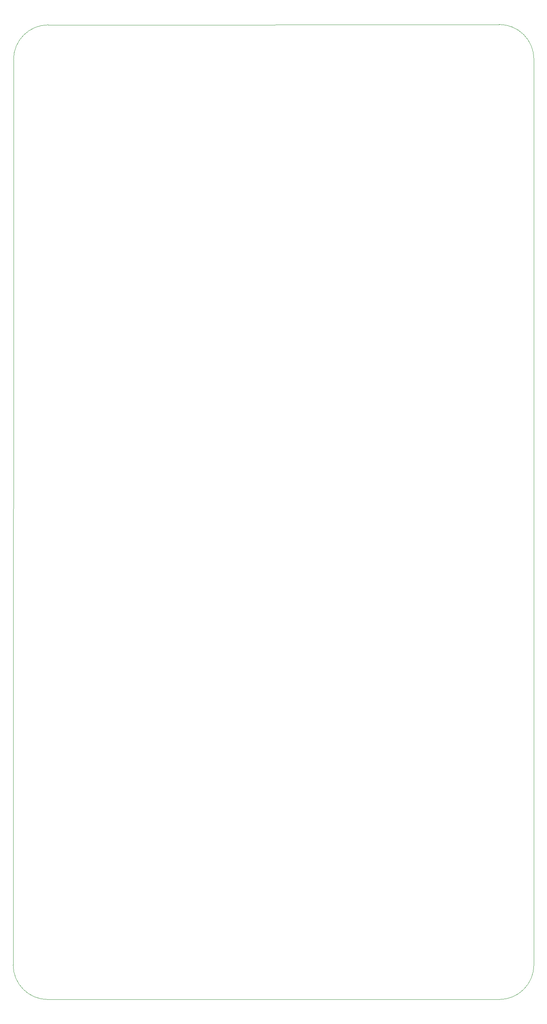
<source format=gbr>
%TF.GenerationSoftware,KiCad,Pcbnew,7.0.7*%
%TF.CreationDate,2023-09-28T18:20:59+01:00*%
%TF.ProjectId,pipcb,70697063-622e-46b6-9963-61645f706362,rev?*%
%TF.SameCoordinates,Original*%
%TF.FileFunction,Profile,NP*%
%FSLAX46Y46*%
G04 Gerber Fmt 4.6, Leading zero omitted, Abs format (unit mm)*
G04 Created by KiCad (PCBNEW 7.0.7) date 2023-09-28 18:20:59*
%MOMM*%
%LPD*%
G01*
G04 APERTURE LIST*
%TA.AperFunction,Profile*%
%ADD10C,0.050000*%
%TD*%
G04 APERTURE END LIST*
D10*
X115133146Y37093146D02*
X115133146Y-171593146D01*
X3040000Y45000000D02*
X107133146Y45093146D01*
X107133146Y-179593146D02*
G75*
G03*
X115133146Y-171593146I4J7999996D01*
G01*
X115133146Y37093146D02*
G75*
G03*
X107133146Y45093146I-7999996J4D01*
G01*
X-5053146Y-171593146D02*
G75*
G03*
X2946854Y-179593146I8000001J1D01*
G01*
X-5053146Y-171593146D02*
X-4960000Y37000000D01*
X107133146Y-179593146D02*
X2946854Y-179593146D01*
X3040000Y45000000D02*
G75*
G03*
X-4960000Y37000000I0J-8000000D01*
G01*
M02*

</source>
